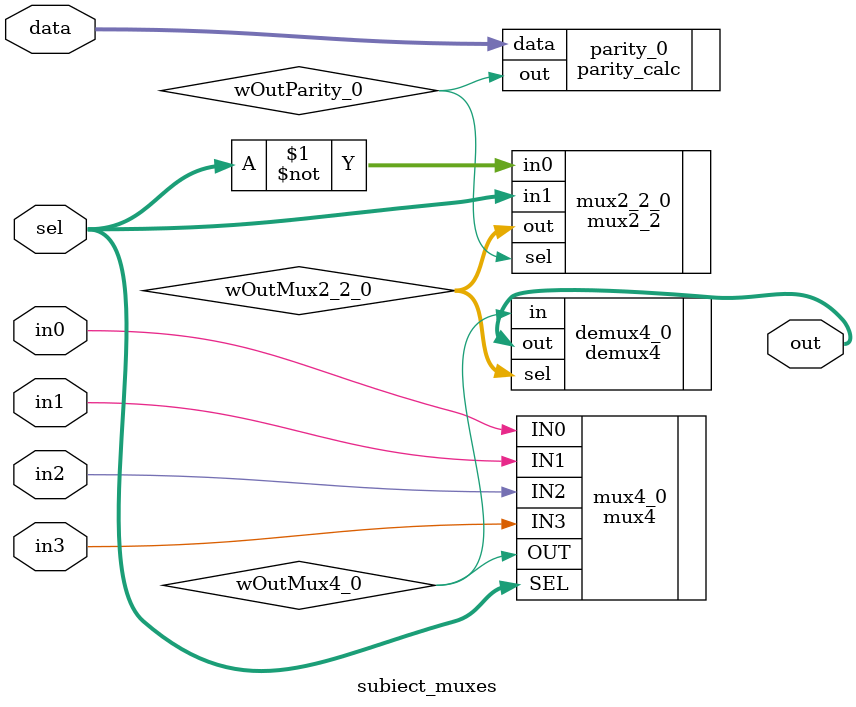
<source format=sv>
`timescale 1ns / 1ps


module subiect_muxes(
    input logic in0, in1, in2, in3,
    input logic [1:0] sel,
    input logic [3:0] data,
    output logic [3:0] out
    );
    
    logic [1:0]wOutMux2_2_0;
    logic wOutParity_0, wOutMux4_0;
    
    mux4 mux4_0(
        .IN0(in0),
        .IN1(in1),
        .IN2(in2),
        .IN3(in3),
        .SEL(sel),
        .OUT(wOutMux4_0)
        );
        
    parity_calc parity_0(
        .data(data),
        .out(wOutParity_0)
        );
    
    mux2_2 mux2_2_0(
        .in0(~sel),
        .in1(sel),
        .sel(wOutParity_0),
        .out(wOutMux2_2_0)
        );

    demux4 demux4_0(
        .in(wOutMux4_0),
        .sel(wOutMux2_2_0),
        .out(out)
        );
    
endmodule

</source>
